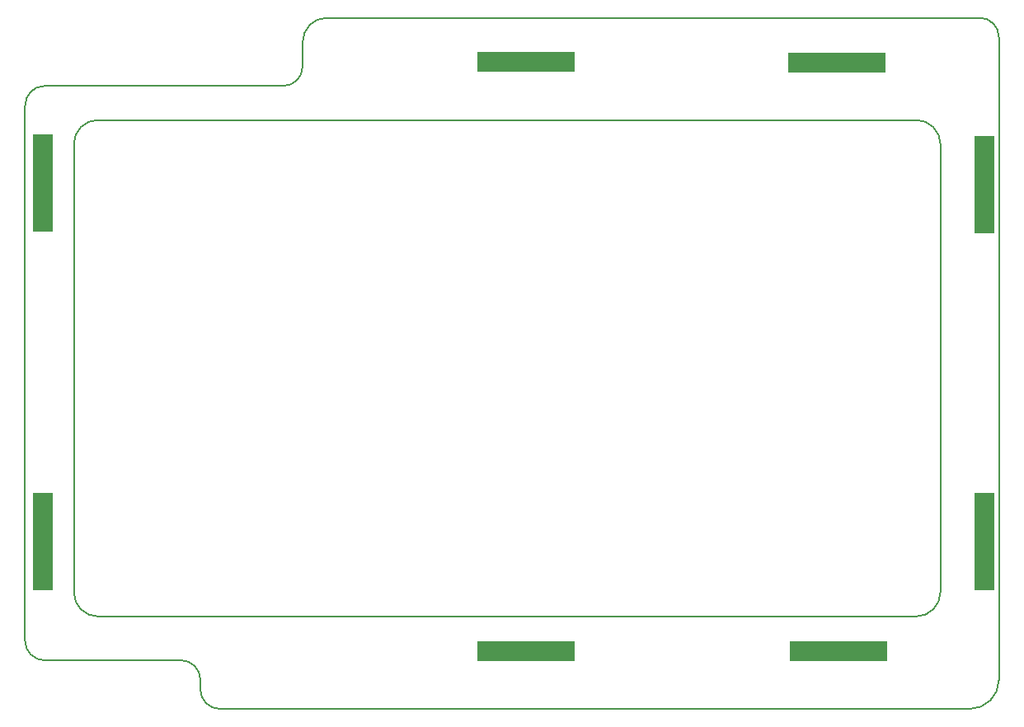
<source format=gbr>
%TF.GenerationSoftware,KiCad,Pcbnew,5.0.1*%
%TF.CreationDate,2019-01-19T14:59:23-06:00*%
%TF.ProjectId,NFCJig-TOP,4E46434A69672D544F502E6B69636164,rev?*%
%TF.SameCoordinates,Original*%
%TF.FileFunction,Copper,L2,Bot,Signal*%
%TF.FilePolarity,Positive*%
%FSLAX46Y46*%
G04 Gerber Fmt 4.6, Leading zero omitted, Abs format (unit mm)*
G04 Created by KiCad (PCBNEW 5.0.1) date Sat 19 Jan 2019 02:59:23 PM CST*
%MOMM*%
%LPD*%
G01*
G04 APERTURE LIST*
%ADD10C,0.150000*%
%ADD11R,2.100000X10.000000*%
%ADD12R,10.000000X2.100000*%
G04 APERTURE END LIST*
D10*
X127000000Y-134000000D02*
X204000000Y-134000000D01*
X107000000Y-127000000D02*
X107000000Y-126000000D01*
X109000000Y-129000000D02*
X110500000Y-129000000D01*
X109000000Y-129000000D02*
G75*
G02X107000000Y-127000000I0J2000000D01*
G01*
X123000000Y-129000000D02*
X110500000Y-129000000D01*
X107000000Y-72000000D02*
X107000000Y-126000000D01*
X125000000Y-132000000D02*
X125000000Y-131000000D01*
X123000000Y-129000000D02*
G75*
G02X125000000Y-131000000I0J-2000000D01*
G01*
X127000000Y-134000000D02*
G75*
G02X125000000Y-132000000I0J2000000D01*
G01*
X207000000Y-65000000D02*
X207000000Y-67000000D01*
X205000000Y-63000000D02*
X203500000Y-63000000D01*
X205000000Y-63000000D02*
G75*
G02X207000000Y-65000000I0J-2000000D01*
G01*
X203000000Y-63000000D02*
X203500000Y-63000000D01*
X138000000Y-63000000D02*
X203000000Y-63000000D01*
X135500000Y-68000000D02*
X135500000Y-65500000D01*
X135500000Y-65500000D02*
G75*
G02X138000000Y-63000000I2500000J0D01*
G01*
X107000000Y-72000000D02*
G75*
G02X109000000Y-70000000I2000000J0D01*
G01*
X109000000Y-70000000D02*
X110500000Y-70000000D01*
X133500000Y-70000000D02*
X110500000Y-70000000D01*
X135500000Y-68000000D02*
G75*
G02X133500000Y-70000000I-2000000J0D01*
G01*
X112000000Y-76000000D02*
G75*
G02X114500000Y-73500000I2500000J0D01*
G01*
X114500000Y-73500000D02*
X198500000Y-73500000D01*
X207000000Y-67000000D02*
X207000000Y-131000000D01*
X207000000Y-131000000D02*
G75*
G02X204000000Y-134000000I-3000000J0D01*
G01*
X112000000Y-122000000D02*
X112000000Y-76000000D01*
X198500000Y-124500000D02*
X114500000Y-124500000D01*
X201000000Y-76000000D02*
X201000000Y-122000000D01*
X201000000Y-122000000D02*
G75*
G02X198500000Y-124500000I-2500000J0D01*
G01*
X114500000Y-124500000D02*
G75*
G02X112000000Y-122000000I0J2500000D01*
G01*
X198500000Y-73500000D02*
G75*
G02X201000000Y-76000000I0J-2500000D01*
G01*
D11*
X108800000Y-116800000D03*
D12*
X158450000Y-128050000D03*
X190500000Y-128050000D03*
D11*
X205500000Y-116800000D03*
X205500000Y-80150000D03*
D12*
X190350000Y-67650000D03*
X158450000Y-67500000D03*
D11*
X108800000Y-80000000D03*
M02*

</source>
